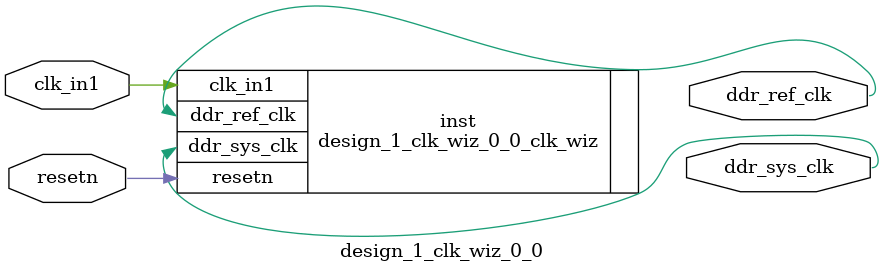
<source format=v>


`timescale 1ps/1ps

(* CORE_GENERATION_INFO = "design_1_clk_wiz_0_0,clk_wiz_v6_0_9_0_0,{component_name=design_1_clk_wiz_0_0,use_phase_alignment=true,use_min_o_jitter=false,use_max_i_jitter=false,use_dyn_phase_shift=false,use_inclk_switchover=false,use_dyn_reconfig=false,enable_axi=0,feedback_source=FDBK_AUTO,PRIMITIVE=MMCM,num_out_clk=2,clkin1_period=10.000,clkin2_period=10.000,use_power_down=false,use_reset=true,use_locked=false,use_inclk_stopped=false,feedback_type=SINGLE,CLOCK_MGR_TYPE=NA,manual_override=false}" *)

module design_1_clk_wiz_0_0 
 (
  // Clock out ports
  output        ddr_ref_clk,
  output        ddr_sys_clk,
  // Status and control signals
  input         resetn,
 // Clock in ports
  input         clk_in1
 );

  design_1_clk_wiz_0_0_clk_wiz inst
  (
  // Clock out ports  
  .ddr_ref_clk(ddr_ref_clk),
  .ddr_sys_clk(ddr_sys_clk),
  // Status and control signals               
  .resetn(resetn), 
 // Clock in ports
  .clk_in1(clk_in1)
  );

endmodule

</source>
